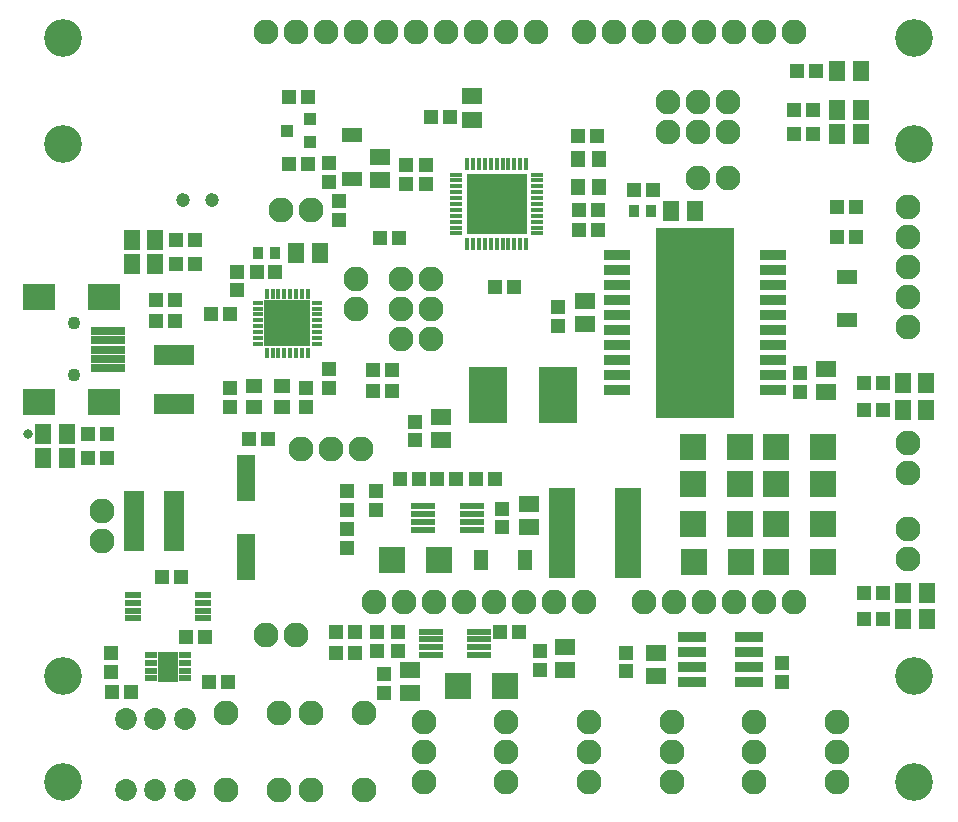
<source format=gts>
%FSLAX23Y23*%
%MOIN*%
G70*
G01*
G75*
G04 Layer_Color=8388736*
%ADD10R,0.039X0.037*%
%ADD11R,0.050X0.060*%
%ADD12R,0.060X0.050*%
%ADD13R,0.059X0.039*%
%ADD14R,0.083X0.026*%
%ADD15R,0.256X0.630*%
%ADD16R,0.035X0.031*%
%ADD17R,0.035X0.031*%
%ADD18R,0.028X0.031*%
%ADD19R,0.039X0.059*%
%ADD20R,0.197X0.197*%
%ADD21R,0.035X0.010*%
%ADD22R,0.010X0.035*%
%ADD23R,0.118X0.177*%
%ADD24R,0.079X0.295*%
%ADD25R,0.126X0.059*%
%ADD26R,0.055X0.150*%
%ADD27R,0.050X0.014*%
%ADD28R,0.110X0.020*%
%ADD29R,0.098X0.079*%
%ADD30R,0.087X0.024*%
%ADD31R,0.071X0.016*%
%ADD32R,0.079X0.079*%
%ADD33R,0.047X0.043*%
%ADD34R,0.043X0.047*%
%ADD35R,0.063X0.197*%
%ADD36R,0.010X0.026*%
%ADD37R,0.026X0.010*%
%ADD38R,0.150X0.150*%
%ADD39R,0.037X0.039*%
G04:AMPARAMS|DCode=40|XSize=14mil|YSize=33mil|CornerRadius=1mil|HoleSize=0mil|Usage=FLASHONLY|Rotation=270.000|XOffset=0mil|YOffset=0mil|HoleType=Round|Shape=RoundedRectangle|*
%AMROUNDEDRECTD40*
21,1,0.014,0.031,0,0,270.0*
21,1,0.011,0.033,0,0,270.0*
1,1,0.003,-0.015,-0.006*
1,1,0.003,-0.015,0.006*
1,1,0.003,0.015,0.006*
1,1,0.003,0.015,-0.006*
%
%ADD40ROUNDEDRECTD40*%
%ADD41R,0.063X0.094*%
%ADD42C,0.008*%
%ADD43C,0.015*%
%ADD44C,0.020*%
%ADD45C,0.025*%
%ADD46C,0.018*%
%ADD47C,0.012*%
%ADD48C,0.010*%
%ADD49C,0.075*%
%ADD50C,0.065*%
%ADD51C,0.118*%
%ADD52C,0.035*%
%ADD53C,0.025*%
%ADD54C,0.039*%
G04:AMPARAMS|DCode=55|XSize=197mil|YSize=60mil|CornerRadius=15mil|HoleSize=0mil|Usage=FLASHONLY|Rotation=90.000|XOffset=0mil|YOffset=0mil|HoleType=Round|Shape=RoundedRectangle|*
%AMROUNDEDRECTD55*
21,1,0.197,0.030,0,0,90.0*
21,1,0.167,0.060,0,0,90.0*
1,1,0.030,0.015,0.083*
1,1,0.030,0.015,-0.083*
1,1,0.030,-0.015,-0.083*
1,1,0.030,-0.015,0.083*
%
%ADD55ROUNDEDRECTD55*%
%ADD56C,0.008*%
%ADD57C,0.010*%
%ADD58C,0.024*%
%ADD59C,0.030*%
%ADD60R,0.047X0.045*%
%ADD61R,0.058X0.068*%
%ADD62R,0.068X0.058*%
%ADD63R,0.067X0.047*%
%ADD64R,0.091X0.034*%
%ADD65R,0.264X0.638*%
%ADD66R,0.043X0.039*%
%ADD67R,0.043X0.039*%
%ADD68R,0.036X0.039*%
%ADD69R,0.047X0.067*%
%ADD70R,0.205X0.205*%
%ADD71R,0.043X0.018*%
%ADD72R,0.018X0.043*%
%ADD73R,0.126X0.185*%
%ADD74R,0.087X0.303*%
%ADD75R,0.134X0.067*%
%ADD76R,0.063X0.158*%
%ADD77R,0.058X0.022*%
%ADD78R,0.118X0.028*%
%ADD79R,0.106X0.087*%
%ADD80R,0.095X0.032*%
%ADD81R,0.079X0.024*%
%ADD82R,0.087X0.087*%
%ADD83R,0.055X0.051*%
%ADD84R,0.051X0.055*%
%ADD85R,0.071X0.205*%
%ADD86R,0.018X0.034*%
%ADD87R,0.034X0.018*%
%ADD88R,0.158X0.158*%
%ADD89R,0.045X0.047*%
G04:AMPARAMS|DCode=90|XSize=22mil|YSize=41mil|CornerRadius=2mil|HoleSize=0mil|Usage=FLASHONLY|Rotation=270.000|XOffset=0mil|YOffset=0mil|HoleType=Round|Shape=RoundedRectangle|*
%AMROUNDEDRECTD90*
21,1,0.022,0.037,0,0,270.0*
21,1,0.017,0.041,0,0,270.0*
1,1,0.004,-0.019,-0.009*
1,1,0.004,-0.019,0.009*
1,1,0.004,0.019,0.009*
1,1,0.004,0.019,-0.009*
%
%ADD90ROUNDEDRECTD90*%
%ADD91R,0.071X0.102*%
%ADD92C,0.083*%
%ADD93C,0.073*%
%ADD94C,0.126*%
%ADD95C,0.043*%
%ADD96C,0.047*%
%ADD97C,0.033*%
D60*
X731Y1491D02*
D03*
Y1428D02*
D03*
X1826Y1761D02*
D03*
Y1698D02*
D03*
X2634Y1539D02*
D03*
Y1476D02*
D03*
X1319Y2169D02*
D03*
Y2232D02*
D03*
X1385D02*
D03*
Y2169D02*
D03*
X1061Y1553D02*
D03*
Y1490D02*
D03*
X987Y1428D02*
D03*
Y1491D02*
D03*
X2572Y573D02*
D03*
Y510D02*
D03*
X2053Y608D02*
D03*
Y545D02*
D03*
X1766Y612D02*
D03*
Y549D02*
D03*
X1247Y474D02*
D03*
Y537D02*
D03*
X1640Y1088D02*
D03*
Y1025D02*
D03*
X1350Y1315D02*
D03*
Y1378D02*
D03*
X755Y1815D02*
D03*
Y1878D02*
D03*
X1061Y2178D02*
D03*
Y2241D02*
D03*
X1097Y2113D02*
D03*
Y2050D02*
D03*
X1121Y1019D02*
D03*
Y956D02*
D03*
Y1084D02*
D03*
Y1147D02*
D03*
X1220Y1084D02*
D03*
Y1147D02*
D03*
X1291Y614D02*
D03*
Y677D02*
D03*
X1221Y614D02*
D03*
Y677D02*
D03*
X335Y542D02*
D03*
Y605D02*
D03*
D61*
X3053Y1417D02*
D03*
X2975D02*
D03*
X3053Y1505D02*
D03*
X2975D02*
D03*
X2977Y808D02*
D03*
X3055D02*
D03*
X2977Y721D02*
D03*
X3055D02*
D03*
X2835Y2417D02*
D03*
X2757D02*
D03*
X2835Y2337D02*
D03*
X2757D02*
D03*
Y2545D02*
D03*
X2835D02*
D03*
X954Y1940D02*
D03*
X1032D02*
D03*
X484Y1982D02*
D03*
X406D02*
D03*
X484Y1904D02*
D03*
X406D02*
D03*
X110Y1335D02*
D03*
X188D02*
D03*
X110Y1255D02*
D03*
X188D02*
D03*
X2281Y2081D02*
D03*
X2203D02*
D03*
D62*
X1231Y2183D02*
D03*
Y2261D02*
D03*
X1915Y1781D02*
D03*
Y1703D02*
D03*
X2719Y1476D02*
D03*
Y1554D02*
D03*
X1539Y2384D02*
D03*
Y2462D02*
D03*
X2153Y608D02*
D03*
Y530D02*
D03*
X1435Y1393D02*
D03*
Y1315D02*
D03*
X1730Y1025D02*
D03*
Y1103D02*
D03*
X1850Y627D02*
D03*
Y549D02*
D03*
X1331Y473D02*
D03*
Y551D02*
D03*
D63*
X1140Y2334D02*
D03*
Y2188D02*
D03*
X2790Y1861D02*
D03*
Y1715D02*
D03*
D64*
X2023Y1933D02*
D03*
Y1883D02*
D03*
Y1833D02*
D03*
Y1783D02*
D03*
Y1733D02*
D03*
Y1683D02*
D03*
Y1633D02*
D03*
Y1583D02*
D03*
Y1533D02*
D03*
Y1483D02*
D03*
X2541Y1933D02*
D03*
Y1883D02*
D03*
Y1833D02*
D03*
Y1783D02*
D03*
Y1733D02*
D03*
Y1683D02*
D03*
Y1633D02*
D03*
Y1583D02*
D03*
Y1533D02*
D03*
Y1483D02*
D03*
D65*
X2282Y1708D02*
D03*
D66*
X1000Y2310D02*
D03*
D67*
Y2385D02*
D03*
X921Y2347D02*
D03*
D68*
X2079Y2080D02*
D03*
X2136D02*
D03*
X884Y1940D02*
D03*
X827D02*
D03*
D69*
X1569Y915D02*
D03*
X1715D02*
D03*
D70*
X1621Y2103D02*
D03*
D71*
X1755Y2005D02*
D03*
Y2024D02*
D03*
Y2044D02*
D03*
Y2064D02*
D03*
Y2083D02*
D03*
Y2103D02*
D03*
Y2123D02*
D03*
Y2142D02*
D03*
Y2162D02*
D03*
Y2182D02*
D03*
Y2201D02*
D03*
X1487D02*
D03*
Y2182D02*
D03*
Y2162D02*
D03*
Y2142D02*
D03*
Y2123D02*
D03*
Y2103D02*
D03*
Y2083D02*
D03*
Y2064D02*
D03*
Y2044D02*
D03*
Y2024D02*
D03*
Y2005D02*
D03*
D72*
X1719Y2237D02*
D03*
X1700D02*
D03*
X1680D02*
D03*
X1660D02*
D03*
X1641D02*
D03*
X1621D02*
D03*
X1601D02*
D03*
X1582D02*
D03*
X1562D02*
D03*
X1542D02*
D03*
X1523D02*
D03*
Y1969D02*
D03*
X1542D02*
D03*
X1562D02*
D03*
X1582D02*
D03*
X1601D02*
D03*
X1621D02*
D03*
X1641D02*
D03*
X1660D02*
D03*
X1680D02*
D03*
X1700D02*
D03*
X1719D02*
D03*
D73*
X1591Y1465D02*
D03*
X1827D02*
D03*
D74*
X1840Y1005D02*
D03*
X2060D02*
D03*
D75*
X546Y1435D02*
D03*
Y1600D02*
D03*
D76*
X785Y925D02*
D03*
Y1189D02*
D03*
D77*
X410Y800D02*
D03*
Y774D02*
D03*
Y748D02*
D03*
Y722D02*
D03*
X642Y800D02*
D03*
Y774D02*
D03*
Y748D02*
D03*
Y722D02*
D03*
D78*
X325Y1681D02*
D03*
Y1650D02*
D03*
Y1618D02*
D03*
Y1587D02*
D03*
Y1555D02*
D03*
D79*
X311Y1443D02*
D03*
X95D02*
D03*
X311Y1793D02*
D03*
X95D02*
D03*
D80*
X2272Y660D02*
D03*
Y610D02*
D03*
Y560D02*
D03*
Y510D02*
D03*
X2461Y660D02*
D03*
Y610D02*
D03*
Y560D02*
D03*
Y510D02*
D03*
D81*
X1401Y678D02*
D03*
Y652D02*
D03*
Y627D02*
D03*
Y601D02*
D03*
X1564Y678D02*
D03*
Y652D02*
D03*
Y627D02*
D03*
Y601D02*
D03*
X1538Y1018D02*
D03*
Y1044D02*
D03*
Y1069D02*
D03*
Y1095D02*
D03*
X1375Y1018D02*
D03*
Y1044D02*
D03*
Y1069D02*
D03*
Y1095D02*
D03*
D82*
X1648Y498D02*
D03*
X1491D02*
D03*
X1273Y916D02*
D03*
X1430D02*
D03*
X2435Y909D02*
D03*
X2278D02*
D03*
X2277Y1038D02*
D03*
X2434D02*
D03*
X2433Y1170D02*
D03*
X2276D02*
D03*
Y1294D02*
D03*
X2433D02*
D03*
X2710Y909D02*
D03*
X2553D02*
D03*
X2552Y1038D02*
D03*
X2709D02*
D03*
X2708Y1170D02*
D03*
X2551D02*
D03*
Y1294D02*
D03*
X2708D02*
D03*
D83*
X905Y1427D02*
D03*
X813D02*
D03*
X905Y1495D02*
D03*
X813D02*
D03*
D84*
X1893Y2161D02*
D03*
Y2253D02*
D03*
X1961Y2161D02*
D03*
Y2253D02*
D03*
D85*
X547Y1048D02*
D03*
X413Y1046D02*
D03*
D86*
X855Y1606D02*
D03*
X875D02*
D03*
X894D02*
D03*
X914D02*
D03*
X934D02*
D03*
X954D02*
D03*
X973D02*
D03*
X993D02*
D03*
Y1804D02*
D03*
X973D02*
D03*
X954D02*
D03*
X934D02*
D03*
X914D02*
D03*
X894D02*
D03*
X875D02*
D03*
X855D02*
D03*
D87*
X1023Y1636D02*
D03*
Y1656D02*
D03*
Y1675D02*
D03*
Y1695D02*
D03*
Y1715D02*
D03*
Y1735D02*
D03*
Y1754D02*
D03*
Y1774D02*
D03*
X825D02*
D03*
Y1754D02*
D03*
Y1735D02*
D03*
Y1715D02*
D03*
Y1695D02*
D03*
Y1675D02*
D03*
Y1656D02*
D03*
Y1636D02*
D03*
D88*
X924Y1705D02*
D03*
D89*
X1466Y2394D02*
D03*
X1403D02*
D03*
X1956Y2330D02*
D03*
X1893D02*
D03*
X1895Y2084D02*
D03*
X1958D02*
D03*
Y2016D02*
D03*
X1895D02*
D03*
X1554Y1185D02*
D03*
X1617D02*
D03*
X1633Y678D02*
D03*
X1696D02*
D03*
X1300Y1185D02*
D03*
X1363D02*
D03*
X1086Y608D02*
D03*
X1149D02*
D03*
X587Y661D02*
D03*
X650D02*
D03*
X664Y510D02*
D03*
X727D02*
D03*
X796Y1320D02*
D03*
X859D02*
D03*
X733Y1738D02*
D03*
X670D02*
D03*
X1616Y1825D02*
D03*
X1679D02*
D03*
X2845Y1417D02*
D03*
X2908D02*
D03*
Y1505D02*
D03*
X2845D02*
D03*
X2847Y721D02*
D03*
X2910D02*
D03*
Y808D02*
D03*
X2847D02*
D03*
X2675Y2417D02*
D03*
X2612D02*
D03*
Y2336D02*
D03*
X2675D02*
D03*
X929Y2460D02*
D03*
X992D02*
D03*
Y2235D02*
D03*
X929D02*
D03*
X2687Y2545D02*
D03*
X2624D02*
D03*
X2820Y1993D02*
D03*
X2757D02*
D03*
Y2093D02*
D03*
X2820D02*
D03*
X2079Y2150D02*
D03*
X2142D02*
D03*
X616Y1982D02*
D03*
X553D02*
D03*
Y1904D02*
D03*
X616D02*
D03*
X1208Y1549D02*
D03*
X1271D02*
D03*
Y1479D02*
D03*
X1208D02*
D03*
X884Y1878D02*
D03*
X821D02*
D03*
X487Y1712D02*
D03*
X550D02*
D03*
Y1782D02*
D03*
X487D02*
D03*
X323Y1335D02*
D03*
X260D02*
D03*
X1422Y1185D02*
D03*
X1485D02*
D03*
X1086Y675D02*
D03*
X1149D02*
D03*
X507Y860D02*
D03*
X570D02*
D03*
X340Y475D02*
D03*
X403D02*
D03*
X323Y1255D02*
D03*
X260D02*
D03*
X1297Y1990D02*
D03*
X1234D02*
D03*
D90*
X468Y522D02*
D03*
Y548D02*
D03*
Y573D02*
D03*
Y599D02*
D03*
X584Y522D02*
D03*
Y548D02*
D03*
Y573D02*
D03*
Y599D02*
D03*
D91*
X526Y561D02*
D03*
D92*
X853Y2675D02*
D03*
X953D02*
D03*
X1053D02*
D03*
X1153D02*
D03*
X1753D02*
D03*
X1653D02*
D03*
X1553D02*
D03*
X1453D02*
D03*
X1353D02*
D03*
X1253D02*
D03*
X2113D02*
D03*
X2213D02*
D03*
X2313D02*
D03*
X2413D02*
D03*
X2513D02*
D03*
X2613D02*
D03*
X2013D02*
D03*
X1913D02*
D03*
Y775D02*
D03*
X1813D02*
D03*
X1213D02*
D03*
X1313D02*
D03*
X1413D02*
D03*
X1513D02*
D03*
X1613D02*
D03*
X1713D02*
D03*
X2613D02*
D03*
X2513D02*
D03*
X2413D02*
D03*
X2313D02*
D03*
X2213D02*
D03*
X2113D02*
D03*
X853Y666D02*
D03*
X953D02*
D03*
X970Y1287D02*
D03*
X1070D02*
D03*
X1170D02*
D03*
X2756Y375D02*
D03*
Y275D02*
D03*
Y175D02*
D03*
X2480D02*
D03*
Y275D02*
D03*
Y375D02*
D03*
X2205D02*
D03*
Y275D02*
D03*
Y175D02*
D03*
X1929D02*
D03*
Y275D02*
D03*
Y375D02*
D03*
X1654D02*
D03*
Y275D02*
D03*
Y175D02*
D03*
X1378D02*
D03*
Y275D02*
D03*
Y375D02*
D03*
X1001Y150D02*
D03*
Y406D02*
D03*
X1178Y150D02*
D03*
Y406D02*
D03*
X896D02*
D03*
Y150D02*
D03*
X719Y406D02*
D03*
Y150D02*
D03*
X2991Y1893D02*
D03*
Y1793D02*
D03*
Y1693D02*
D03*
Y1993D02*
D03*
Y2093D02*
D03*
Y1019D02*
D03*
Y919D02*
D03*
Y1306D02*
D03*
Y1206D02*
D03*
X1002Y2084D02*
D03*
X902D02*
D03*
X1153Y1752D02*
D03*
Y1852D02*
D03*
X2393Y2189D02*
D03*
X2293D02*
D03*
X1304Y1852D02*
D03*
Y1752D02*
D03*
Y1652D02*
D03*
X1404Y1852D02*
D03*
Y1752D02*
D03*
Y1652D02*
D03*
X2393Y2444D02*
D03*
X2293D02*
D03*
X2193D02*
D03*
X2393Y2344D02*
D03*
X2293D02*
D03*
X2193D02*
D03*
X305Y980D02*
D03*
Y1080D02*
D03*
D93*
X386Y387D02*
D03*
X484D02*
D03*
X583D02*
D03*
X386Y151D02*
D03*
X484D02*
D03*
X583D02*
D03*
D94*
X177Y177D02*
D03*
Y2657D02*
D03*
X3012D02*
D03*
Y177D02*
D03*
X177Y531D02*
D03*
X3012D02*
D03*
X177Y2303D02*
D03*
X3012D02*
D03*
D95*
X213Y1532D02*
D03*
Y1705D02*
D03*
D96*
X576Y2115D02*
D03*
X674D02*
D03*
D97*
X59Y1335D02*
D03*
M02*

</source>
